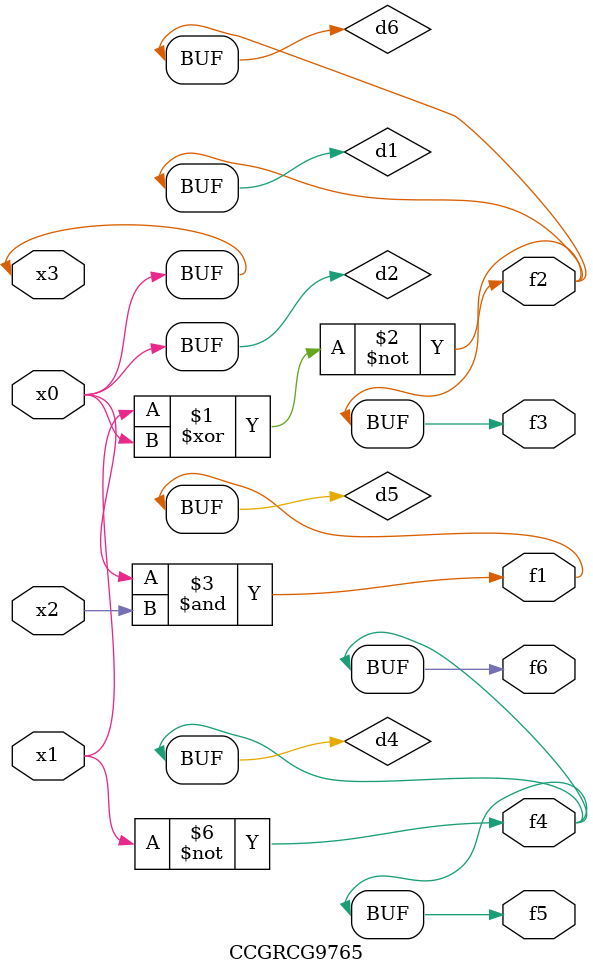
<source format=v>
module CCGRCG9765(
	input x0, x1, x2, x3,
	output f1, f2, f3, f4, f5, f6
);

	wire d1, d2, d3, d4, d5, d6;

	xnor (d1, x1, x3);
	buf (d2, x0, x3);
	nand (d3, x0, x2);
	not (d4, x1);
	nand (d5, d3);
	or (d6, d1);
	assign f1 = d5;
	assign f2 = d6;
	assign f3 = d6;
	assign f4 = d4;
	assign f5 = d4;
	assign f6 = d4;
endmodule

</source>
